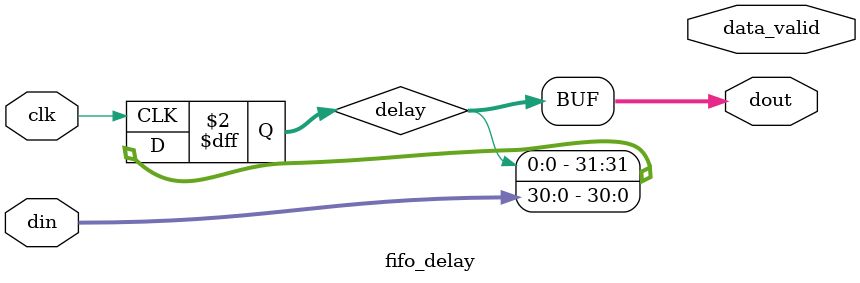
<source format=v>

module fifo_delay #(
      //=============
      // Parameters
      //=============
      parameter DATA_WIDTH   = 32,
      parameter DELAY_CYCLES = 1
   ) (
      //=====================
      // Input/Output Ports
      //=====================
      input                   clk,
      input  [DATA_WIDTH-1:0] din,
      output [DATA_WIDTH-1:0] dout,
      //TODO: implement data_valid
      output                  data_valid
   );

   //=================
   // Delay Register
   //=================
   reg [DATA_WIDTH*DELAY_CYCLES-1:0] delay;

   // Syncronous shifting of the data through the register
   always @ (posedge clk)
   begin
      delay[DATA_WIDTH-1:0]                       <= din  [DATA_WIDTH-1:0];
      delay[DATA_WIDTH*DELAY_CYCLES-1:DATA_WIDTH] <= delay[DATA_WIDTH*(DELAY_CYCLES-1):0];
   end
   
   // Assign last slice of register to the data out
   assign dout[DATA_WIDTH-1:0] = delay[DATA_WIDTH*DELAY_CYCLES-1:DATA_WIDTH*(DELAY_CYCLES-1)];
    
endmodule 

</source>
